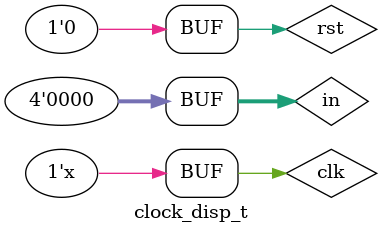
<source format=v>
`timescale 1ns / 1ps

`define SSD_DIGIT_NUM 4
`define SSD_BIT_WIDTH 8
module clock_disp_t;
    wire [`SSD_DIGIT_NUM-1:0]ssd_ctl;
    wire [0:`SSD_BIT_WIDTH-1]display;
    wire ammode;
reg clk;
reg rst;
reg [3:0]in;

    clock_disp uut3(.ssd_ctl(ssd_ctl), .display(display), .ammode(ammode), .clk(clk), .rst(rst), .in(in));
    
    initial begin
    clk = 1; rst = 0; in = 4'b0000;
    #0.1 rst = 1;
    #0.1 rst = 0;
    #100 in = 4'b0001;
    #100 in = 4'b0000;
    

    end
    always
    #0.0025 clk = ~clk;



endmodule

</source>
